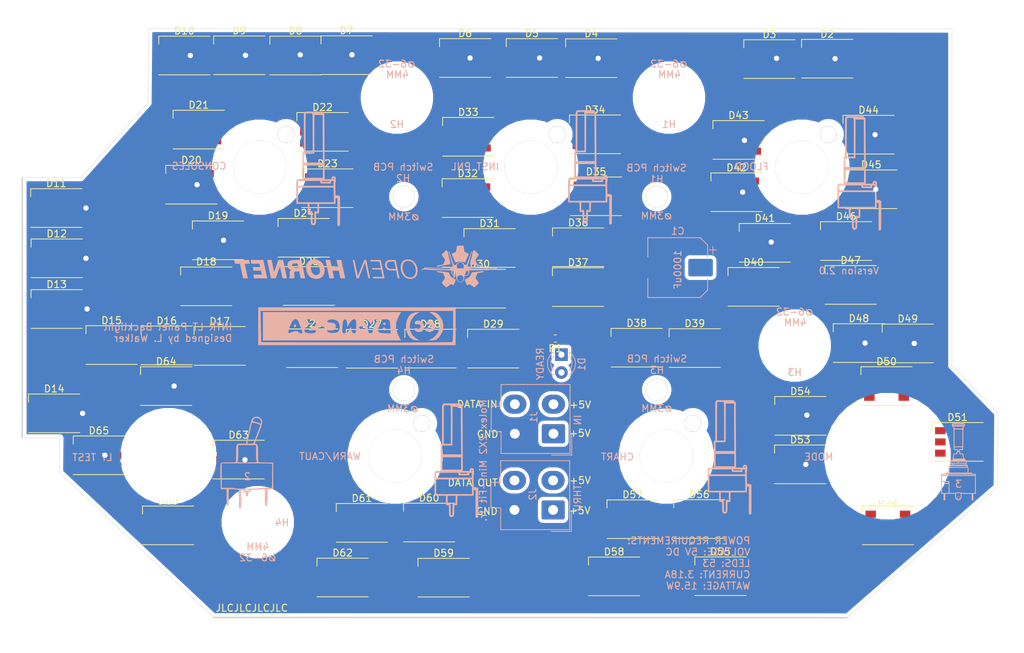
<source format=kicad_pcb>
(kicad_pcb (version 20211014) (generator pcbnew)
  (layers (0 "F.Cu" signal) (31 "B.Cu" signal) (34 "B.Paste" user) (35 "F.Paste" user) (36 "B.SilkS" user "B.Silkscreen") (37 "F.SilkS" user "F.Silkscreen") (38 "B.Mask" user) (39 "F.Mask" user) (44 "Edge.Cuts" user))
  (net 0 "")
  (net 1 "/LEDGND")
  (net 2 "/LED+5V")
  (net 3 "Net-(D1-Pad1)")
  (net 4 "/DATAIN")
  (net 5 "Net-(D10-Pad4)")
  (net 6 "/DATAOUT")
  (net 7 "Net-(D2-Pad3)")
  (net 8 "Net-(D3-Pad3)")
  (net 9 "Net-(D4-Pad3)")
  (net 10 "Net-(D5-Pad3)")
  (net 11 "Net-(D7-Pad3)")
  (net 12 "Net-(D10-Pad6)")
  (net 13 "Net-(D10-Pad3)")
  (net 14 "Net-(D11-Pad3)")
  (net 15 "Net-(D12-Pad3)")
  (net 16 "Net-(D13-Pad3)")
  (net 17 "Net-(D14-Pad3)")
  (net 18 "Net-(D15-Pad3)")
  (net 19 "Net-(D16-Pad3)")
  (net 20 "Net-(D17-Pad3)")
  (net 21 "Net-(D20-Pad3)")
  (net 22 "Net-(D21-Pad3)")
  (net 23 "Net-(D22-Pad3)")
  (net 24 "Net-(D23-Pad3)")
  (net 25 "Net-(D24-Pad3)")
  (net 26 "Net-(D25-Pad3)")
  (net 27 "Net-(D26-Pad3)")
  (net 28 "Net-(D27-Pad3)")
  (net 29 "Net-(D28-Pad3)")
  (net 30 "Net-(D29-Pad3)")
  (net 31 "Net-(D31-Pad3)")
  (net 32 "Net-(D32-Pad3)")
  (net 33 "Net-(D33-Pad3)")
  (net 34 "Net-(D34-Pad3)")
  (net 35 "Net-(D35-Pad3)")
  (net 36 "Net-(D36-Pad3)")
  (net 37 "Net-(D37-Pad3)")
  (net 38 "Net-(D38-Pad3)")
  (net 39 "Net-(D39-Pad3)")
  (net 40 "Net-(D40-Pad3)")
  (net 41 "Net-(D41-Pad3)")
  (net 42 "Net-(D43-Pad3)")
  (net 43 "Net-(D44-Pad3)")
  (net 44 "Net-(D45-Pad3)")
  (net 45 "Net-(D46-Pad3)")
  (net 46 "Net-(D47-Pad3)")
  (net 47 "Net-(D48-Pad3)")
  (net 48 "Net-(D49-Pad3)")
  (net 49 "Net-(D50-Pad3)")
  (net 50 "Net-(D51-Pad3)")
  (net 51 "Net-(D52-Pad3)")
  (net 52 "Net-(D53-Pad3)")
  (net 53 "Net-(D55-Pad3)")
  (net 54 "Net-(D56-Pad3)")
  (net 55 "Net-(D57-Pad3)")
  (net 56 "Net-(D58-Pad3)")
  (net 57 "Net-(D59-Pad3)")
  (net 58 "Net-(D60-Pad3)")
  (net 59 "Net-(D61-Pad3)")
  (net 60 "Net-(D62-Pad3)")
  (net 61 "Net-(D63-Pad3)")
  (net 62 "Net-(D64-Pad3)")
  (net 63 "Net-(D6-Pad3)")
  (net 64 "Net-(D18-Pad3)")
  (net 65 "Net-(D20-Pad6)")
  (net 66 "Net-(D30-Pad3)")
  (net 67 "Net-(D42-Pad3)")
  (net 68 "Net-(D54-Pad3)")
  (net 69 "Net-(D65-Pad3)")
  (footprint "LED_SMD:LED_WS2812_PLCC6_5.0x5.0mm_P1.6mm" (layer "F.Cu") (at 154.28 51.3588)
    (fp_text reference "D2")
    (fp_text value "WS2812B")
  )
  (footprint "LED_SMD:LED_WS2812_PLCC6_5.0x5.0mm_P1.6mm" (layer "F.Cu") (at 146.05 51.4096)
    (fp_text reference "D3")
    (fp_text value "WS2812B")
  )
  (footprint "LED_SMD:LED_WS2812_PLCC6_5.0x5.0mm_P1.6mm" (layer "F.Cu") (at 120.687 51.2828)
    (fp_text reference "D4")
    (fp_text value "WS2812B")
  )
  (footprint "LED_SMD:LED_WS2812_PLCC6_5.0x5.0mm_P1.6mm" (layer "F.Cu") (at 112.231 51.257)
    (fp_text reference "D5")
    (fp_text value "WS2812B")
  )
  (footprint "LED_SMD:LED_WS2812_PLCC6_5.0x5.0mm_P1.6mm" (layer "F.Cu") (at 102.729 51.257)
    (fp_text reference "D6")
    (fp_text value "WS2812B")
  )
  (footprint "LED_SMD:LED_WS2812_PLCC6_5.0x5.0mm_P1.6mm" (layer "F.Cu") (at 85.8404 50.8506)
    (fp_text reference "D7")
    (fp_text value "WS2812B")
  )
  (footprint "LED_SMD:LED_WS2812_PLCC6_5.0x5.0mm_P1.6mm" (layer "F.Cu") (at 78.576 50.9018)
    (fp_text reference "D8")
    (fp_text value "WS2812B")
  )
  (footprint "LED_SMD:LED_WS2812_PLCC6_5.0x5.0mm_P1.6mm" (layer "F.Cu") (at 70.5728 50.876)
    (fp_text reference "D9")
    (fp_text value "WS2812B")
  )
  (footprint "LED_SMD:LED_WS2812_PLCC6_5.0x5.0mm_P1.6mm" (layer "F.Cu") (at 62.7496 50.9014)
    (fp_text reference "D10")
    (fp_text value "WS2812B")
  )
  (footprint "LED_SMD:LED_WS2812_PLCC6_5.0x5.0mm_P1.6mm" (layer "F.Cu") (at 44.5146 72.6184)
    (fp_text reference "D11")
    (fp_text value "WS2812B")
  )
  (footprint "LED_SMD:LED_WS2812_PLCC6_5.0x5.0mm_P1.6mm" (layer "F.Cu") (at 44.577 79.7814)
    (fp_text reference "D12")
    (fp_text value "WS2812B")
  )
  (footprint "LED_SMD:LED_WS2812_PLCC6_5.0x5.0mm_P1.6mm" (layer "F.Cu") (at 44.5654 86.9948)
    (fp_text reference "D13")
    (fp_text value "WS2812B")
  )
  (footprint "LED_SMD:LED_WS2812_PLCC6_5.0x5.0mm_P1.6mm" (layer "F.Cu") (at 44.2098 101.854)
    (fp_text reference "D14")
    (fp_text value "WS2812B")
  )
  (footprint "LED_SMD:LED_WS2812_PLCC6_5.0x5.0mm_P1.6mm" (layer "F.Cu") (at 52.3864 92.1256)
    (fp_text reference "D15")
    (fp_text value "WS2812B")
  )
  (footprint "LED_SMD:LED_WS2812_PLCC6_5.0x5.0mm_P1.6mm" (layer "F.Cu") (at 60.235 92.1764)
    (fp_text reference "D16")
    (fp_text value "WS2812B")
  )
  (footprint "LED_SMD:LED_WS2812_PLCC6_5.0x5.0mm_P1.6mm" (layer "F.Cu") (at 67.781 92.2526)
    (fp_text reference "D17")
    (fp_text value "WS2812B")
  )
  (footprint "LED_SMD:LED_WS2812_PLCC6_5.0x5.0mm_P1.6mm" (layer "F.Cu") (at 65.8738 83.769)
    (fp_text reference "D18")
    (fp_text value "WS2812B")
  )
  (footprint "LED_SMD:LED_WS2812_PLCC6_5.0x5.0mm_P1.6mm" (layer "F.Cu") (at 67.5386 77.216)
    (fp_text reference "D19")
    (fp_text value "WS2812B")
  )
  (footprint "LED_SMD:LED_WS2812_PLCC6_5.0x5.0mm_P1.6mm" (layer "F.Cu") (at 79.7422 76.8602)
    (fp_text reference "D24")
    (fp_text value "WS2812B")
  )
  (footprint "LED_SMD:LED_WS2812_PLCC6_5.0x5.0mm_P1.6mm" (layer "F.Cu") (at 80.4926 83.7184)
    (fp_text reference "D25")
    (fp_text value "WS2812B")
  )
  (footprint "LED_SMD:LED_WS2812_PLCC6_5.0x5.0mm_P1.6mm" (layer "F.Cu") (at 80.9498 92.583)
    (fp_text reference "D26")
    (fp_text value "WS2812B")
  )
  (footprint "LED_SMD:LED_WS2812_PLCC6_5.0x5.0mm_P1.6mm" (layer "F.Cu") (at 89.4472 92.659)
    (fp_text reference "D27")
    (fp_text value "WS2812B")
  )
  (footprint "LED_SMD:LED_WS2812_PLCC6_5.0x5.0mm_P1.6mm" (layer "F.Cu") (at 97.79 92.6338)
    (fp_text reference "D28")
    (fp_text value "WS2812B")
  )
  (footprint "LED_SMD:LED_WS2812_PLCC6_5.0x5.0mm_P1.6mm" (layer "F.Cu") (at 106.731 92.6338)
    (fp_text reference "D29")
    (fp_text value "WS2812B")
  )
  (footprint "LED_SMD:LED_WS2812_PLCC6_5.0x5.0mm_P1.6mm" (layer "F.Cu") (at 104.812 84.0992)
    (fp_text reference "D30")
    (fp_text value "WS2812B")
  )
  (footprint "LED_SMD:LED_WS2812_PLCC6_5.0x5.0mm_P1.6mm" (layer "F.Cu") (at 106.211 78.308)
    (fp_text reference "D31")
    (fp_text value "WS2812B")
  )
  (footprint "LED_SMD:LED_WS2812_PLCC6_5.0x5.0mm_P1.6mm" (layer "F.Cu") (at 118.821 78.2066)
    (fp_text reference "D36")
    (fp_text value "WS2812B")
  )
  (footprint "LED_SMD:LED_WS2812_PLCC6_5.0x5.0mm_P1.6mm" (layer "F.Cu") (at 118.81 83.871)
    (fp_text reference "D37")
    (fp_text value "WS2812B")
  )
  (footprint "LED_SMD:LED_WS2812_PLCC6_5.0x5.0mm_P1.6mm" (layer "F.Cu") (at 127.152 92.5068)
    (fp_text reference "D38")
    (fp_text value "WS2812B")
  )
  (footprint "LED_SMD:LED_WS2812_PLCC6_5.0x5.0mm_P1.6mm" (layer "F.Cu") (at 135.421 92.5574)
    (fp_text reference "D39")
    (fp_text value "WS2812B")
  )
  (footprint "LED_SMD:LED_WS2812_PLCC6_5.0x5.0mm_P1.6mm" (layer "F.Cu") (at 143.801 83.8452)
    (fp_text reference "D40")
    (fp_text value "WS2812B")
  )
  (footprint "LED_SMD:LED_WS2812_PLCC6_5.0x5.0mm_P1.6mm" (layer "F.Cu") (at 145.403 77.5714)
    (fp_text reference "D41")
    (fp_text value "WS2812B")
  )
  (footprint "LED_SMD:LED_WS2812_PLCC6_5.0x5.0mm_P1.6mm" (layer "F.Cu") (at 156.972 77.3176)
    (fp_text reference "D46")
    (fp_text value "WS2812B")
  )
  (footprint "LED_SMD:LED_WS2812_PLCC6_5.0x5.0mm_P1.6mm" (layer "F.Cu") (at 157.621 83.5658)
    (fp_text reference "D47")
    (fp_text value "WS2812B")
  )
  (footprint "LED_SMD:LED_WS2812_PLCC6_5.0x5.0mm_P1.6mm" (layer "F.Cu") (at 158.789 91.8462)
    (fp_text reference "D48")
    (fp_text value "WS2812B")
  )
  (footprint "LED_SMD:LED_WS2812_PLCC6_5.0x5.0mm_P1.6mm" (layer "F.Cu") (at 165.749 91.8974)
    (fp_text reference "D49")
    (fp_text value "WS2812B")
  )
  (footprint "LED_SMD:LED_WS2812_PLCC6_5.0x5.0mm_P1.6mm" (layer "F.Cu") (at 162.726 97.9676)
    (fp_text reference "D50")
    (fp_text value "WS2812B")
  )
  (footprint "LED_SMD:LED_WS2812_PLCC6_5.0x5.0mm_P1.6mm" (layer "F.Cu") (at 172.835 105.918)
    (fp_text reference "D51")
    (fp_text value "WS2812B")
  )
  (footprint "LED_SMD:LED_WS2812_PLCC6_5.0x5.0mm_P1.6mm" (layer "F.Cu") (at 162.916 117.805)
    (fp_text reference "D52")
    (fp_text value "WS2812B")
  )
  (footprint "LED_SMD:LED_WS2812_PLCC6_5.0x5.0mm_P1.6mm" (layer "F.Cu") (at 150.433 109.119)
    (fp_text reference "D53")
    (fp_text value "WS2812B")
  )
  (footprint "LED_SMD:LED_WS2812_PLCC6_5.0x5.0mm_P1.6mm" (layer "F.Cu") (at 150.458 102.21)
    (fp_text reference "D54")
    (fp_text value "WS2812B")
  )
  (footprint "LED_SMD:LED_WS2812_PLCC6_5.0x5.0mm_P1.6mm" (layer "F.Cu") (at 139.079 125.044)
    (fp_text reference "D55")
    (fp_text value "WS2812B")
  )
  (footprint "LED_SMD:LED_WS2812_PLCC6_5.0x5.0mm_P1.6mm" (layer "F.Cu") (at 136.075 116.9)
    (fp_text reference "D56")
    (fp_text value "WS2812B")
  )
  (footprint "LED_SMD:LED_WS2812_PLCC6_5.0x5.0mm_P1.6mm" (layer "F.Cu") (at 126.575 116.925)
    (fp_text reference "D57")
    (fp_text value "WS2812B")
  )
  (footprint "LED_SMD:LED_WS2812_PLCC6_5.0x5.0mm_P1.6mm" (layer "F.Cu") (at 123.94 125.069)
    (fp_text reference "D58")
    (fp_text value "WS2812B")
  )
  (footprint "LED_SMD:LED_WS2812_PLCC6_5.0x5.0mm_P1.6mm" (layer "F.Cu") (at 99.658 125.247)
    (fp_text reference "D59")
    (fp_text value "WS2812B")
  )
  (footprint "LED_SMD:LED_WS2812_PLCC6_5.0x5.0mm_P1.6mm" (layer "F.Cu") (at 97.6006 117.399)
    (fp_text reference "D60")
    (fp_text value "WS2812B")
  )
  (footprint "LED_SMD:LED_WS2812_PLCC6_5.0x5.0mm_P1.6mm" (layer "F.Cu") (at 88.0248 117.449)
    (fp_text reference "D61")
    (fp_text value "WS2812B")
  )
  (footprint "LED_SMD:LED_WS2812_PLCC6_5.0x5.0mm_P1.6mm" (layer "F.Cu") (at 85.2816 125.222)
    (fp_text reference "D62")
    (fp_text value "WS2812B")
  )
  (footprint "LED_SMD:LED_WS2812_PLCC6_5.0x5.0mm_P1.6mm" (layer "F.Cu") (at 70.485 108.433)
    (fp_text reference "D63")
    (fp_text value "WS2812B")
  )
  (footprint "LED_SMD:LED_WS2812_PLCC6_5.0x5.0mm_P1.6mm" (layer "F.Cu") (at 60.161 97.9676)
    (fp_text reference "D64")
    (fp_text value "WS2812B")
  )
  (footprint "LED_SMD:LED_WS2812_PLCC6_5.0x5.0mm_P1.6mm" (layer "F.Cu") (at 50.583 107.823)
    (fp_text reference "D65")
    (fp_text value "WS2812B")
  )
  (footprint "LED_SMD:LED_WS2812_PLCC6_5.0x5.0mm_P1.6mm" (layer "F.Cu") (at 60.4404 117.805)
    (fp_text reference "D66")
    (fp_text value "WS2812B")
  )
  (footprint "OH_Backlighting:631H_Toggle_13mm_x_13mm" (layer "F.Cu") (at 60.5028 107.95)
    (fp_text reference "8" hide)
    (fp_text value "631H_Toggle_13mm_x_13mm" hide)
  )
  (footprint "OH_Backlighting:BR10K_Pot_11mm_x_11mm" (layer "F.Cu") (at 92.7608 107.95 141)
    (fp_text reference "9" hide)
    (fp_text value "BR10K_Pot_11mm_x_11mm" hide)
  )
  (footprint "OH_Backlighting:SxAL_Toggle_13x13mm" (layer "F.Cu") (at 162.8648 107.95)
    (fp_text reference "11" hide)
    (fp_text value "SxAL_Toggle_13x13mm" hide)
  )
  (footprint "OH_Backlighting:OH_Panel_6-32_PHS" (layer "F.Cu") (at 73.2028 117.348)
    (fp_text reference "4" hide)
    (fp_text value "OH_Panel_Fastner_Keepout" hide)
  )
  (footprint "OH_Backlighting:OH_Panel_6-32_PHS" (layer "F.Cu") (at 149.6568 92.202)
    (fp_text reference "3" hide)
    (fp_text value "OH_Panel_Fastner_Keepout" hide)
  )
  (footprint "OH_Backlighting:OH_Panel_6-32_PHS" (layer "F.Cu") (at 93.0148 56.896)
    (fp_text reference "1" hide)
    (fp_text value "OH_Panel_Fastner_Keepout" hide)
  )
  (footprint "OH_Backlighting:OH_Panel_6-32_PHS" (layer "F.Cu") (at 131.7498 56.896)
    (fp_text reference "2" hide)
    (fp_text value "OH_Panel_Fastner_Keepout" hide)
  )
  (footprint "OH_Backlighting:BR10K_Pot_11mm_x_11mm" (layer "F.Cu") (at 73.4568 66.802 141)
    (fp_text reference "5" hide)
    (fp_text value "BR10K_Pot_11mm_x_11mm" hide)
  )
  (footprint "OH_Backlighting:BR10K_Pot_11mm_x_11mm" (layer "F.Cu") (at 112.0648 66.802 141)
    (fp_text reference "6" hide)
    (fp_text value "BR10K_Pot_11mm_x_11mm" hide)
  )
  (footprint "OH_Backlighting:BR10K_Pot_11mm_x_11mm" (layer "F.Cu") (at 150.6728 66.802 141)
    (fp_text reference "7" hide)
    (fp_text value "BR10K_Pot_11mm_x_11mm" hide)
  )
  (footprint "OH_Backlighting:BR10K_Pot_11mm_x_11mm" (layer "F.Cu") (at 131.3688 107.95 141)
    (fp_text reference "10" hide)
    (fp_text value "BR10K_Pot_11mm_x_11mm" hide)
  )
  (footprint "LED_SMD:LED_WS2812_PLCC6_5.0x5.0mm_P1.6mm" (layer "F.Cu") (at 63.75 69.3)
    (fp_text reference "D20")
    (fp_text value "WS2812B")
  )
  (footprint "LED_SMD:LED_WS2812_PLCC6_5.0x5.0mm_P1.6mm" (layer "F.Cu") (at 64.8 61.45)
    (fp_text reference "D21")
    (fp_text value "WS2812B")
  )
  (footprint "LED_SMD:LED_WS2812_PLCC6_5.0x5.0mm_P1.6mm" (layer "F.Cu") (at 82.425 61.775)
    (fp_text reference "D22")
    (fp_text value "WS2812B")
  )
  (footprint "LED_SMD:LED_WS2812_PLCC6_5.0x5.0mm_P1.6mm" (layer "F.Cu") (at 83.125 69.8)
    (fp_text reference "D23")
    (fp_text value "WS2812B")
  )
  (footprint "LED_SMD:LED_WS2812_PLCC6_5.0x5.0mm_P1.6mm" (layer "F.Cu") (at 103.1 71.2)
    (fp_text reference "D32")
    (fp_text value "WS2812B")
  )
  (footprint "LED_SMD:LED_WS2812_PLCC6_5.0x5.0mm_P1.6mm" (layer "F.Cu") (at 103.175 62.475)
    (fp_text reference "D33")
    (fp_text value "WS2812B")
  )
  (footprint "LED_SMD:LED_WS2812_PLCC6_5.0x5.0mm_P1.6mm" (layer "F.Cu") (at 121.225 62.125)
    (fp_text reference "D34")
    (fp_text value "WS2812B")
  )
  (footprint "LED_SMD:LED_WS2812_PLCC6_5.0x5.0mm_P1.6mm" (layer "F.Cu") (at 121.375 70.95)
    (fp_text reference "D35")
    (fp_text value "WS2812B")
  )
  (footprint "LED_SMD:LED_WS2812_PLCC6_5.0x5.0mm_P1.6mm" (layer "F.Cu") (at 141.375 70.375)
    (fp_text reference "D42")
    (fp_text value "WS2812B")
  )
  (footprint "LED_SMD:LED_WS2812_PLCC6_5.0x5.0mm_P1.6mm" (layer "F.Cu") (at 141.65 62.925)
    (fp_text reference "D43")
    (fp_text value "WS2812B")
  )
  (footprint "LED_SMD:LED_WS2812_PLCC6_5.0x5.0mm_P1.6mm" (layer "F.Cu") (at 160.175 62.175)
    (fp_text reference "D44")
    (fp_text value "WS2812B")
  )
  (footprint "LED_SMD:LED_WS2812_PLCC6_5.0x5.0mm_P1.6mm" (layer "F.Cu") (at 160.55 69.95)
    (fp_text reference "D45")
    (fp_text value "WS2812B")
  )
  (footprint "Resistor_SMD:R_0603_1608Metric" (layer "F.Cu") (at 115.57 91.186 180)
    (fp_text reference "R1")
    (fp_text value "R")
  )
  (footprint "Capacitor_SMD:CP_Elec_8x10" (layer "B.Cu") (at 132.996 81.1022 180)
    (fp_text reference "C1")
    (fp_text value "C_Polarized")
  )
  (footprint "LED_THT:LED_D3.0mm" (layer "B.Cu") (at 116.434 93.4974 -90)
    (fp_text reference "D1")
    (fp_text value "LED")
  )
  (footprint "Connector_Molex:Molex_Mini-Fit_Jr_5566-04A_2x02_P4.20mm_Vertical" (layer "B.Cu") (at 115.3 104.75 90)
    (fp_text reference "J1")
    (fp_text value "Conn_01x04_Female")
  )
  (footprint "Connector_Molex:Molex_Mini-Fit_Jr_5566-04A_2x02_P4.20mm_Vertical" (layer "B.Cu") (at 115.25 115.6 90)
    (fp_text reference "J2")
    (fp_text value "Conn_01x04_Female")
  )
  (footprint "Kicad Footprint Files:S3ALToggle" (layer "B.Cu") (at 173.101 108.839 180)
    (fp_text reference "G5" hide)
    (fp_text value "LOGO" hide)
  )
  (footprint "Kicad Footprint Files:631HToggle" (layer "B.Cu") (at 71.6788 108.839 180)
    (fp_text reference "G1" hide)
    (fp_text value "LOGO" hide)
  )
  (footprint "OH_General:OH_LOGO_37.7mm_5.9mm" (layer "B.Cu") (at 88.7 80.95 180)
    (fp_text reference "G8" hide)
    (fp_text value "LOGO" hide)
  )
  (footprint "OH_General:CC-BY-NC-SA-Small" (layer "B.Cu") (at 87.4 89.45 180)
    (fp_text reference "G9" hide)
    (fp_text value "LOGO" hide)
  )
  (footprint "OH_Backlighting:BR10K_Pot_Silkscreen" (layer "B.Cu") (at 140.375 108.1 180)
    (fp_text reference "G6" hide)
    (fp_text value "LOGO" hide)
  )
  (footprint "OH_Backlighting:BR10K_Pot_Silkscreen" (layer "B.Cu") (at 101.475 108.575 180)
    (fp_text reference "G7" hide)
    (fp_text value "LOGO" hide)
  )
  (footprint "OH_Backlighting:BR10K_Pot_Silkscreen" (layer "B.Cu") (at 81.8 67.025 180)
    (fp_text reference "G2" hide)
    (fp_text value "LOGO" hide)
  )
  (footprint "OH_Backlighting:BR10K_Pot_Silkscreen" (layer "B.Cu") (at 120.5 66.825 180)
    (fp_text reference "G3" hide)
    (fp_text value "LOGO" hide)
  )
  (footprint "OH_Backlighting:BR10K_Pot_Silkscreen" (layer "B.Cu") (at 158.85 67.675 180)
    (fp_text reference "G4" hide)
    (fp_text value "LOGO" hide)
  )
  (gr_circle (center 130 71) (end 131.55 71) (layer "Edge.Cuts") (width 0.05) (fill none))
  (gr_line (start 57.5564 57.658) (end 48.006 68.2752) (layer "Edge.Cuts") (width 0.05))
  (gr_line (start 39.6748 105.3592) (end 39.6748 68.2752) (layer "Edge.Cuts") (width 0.2))
  (gr_circle (center 94 71) (end 95.55 71) (layer "Edge.Cuts") (width 0.05) (fill none))
  (gr_circle (center 130 98.5) (end 131.55 98.5) (layer "Edge.Cuts") (width 0.05) (fill none))
  (gr_line (start 45.0088 105.3592) (end 44.958 110.2868) (layer "Edge.Cuts") (width 0.05))
  (gr_line (start 178.5874 101.8032) (end 172.0342 95.0468) (layer "Edge.Cuts") (width 0.05))
  (gr_line (start 44.958 110.2868) (end 66.929 130.9116) (layer "Edge.Cuts") (width 0.05))
  (gr_line (start 178.5112 112.3188) (end 178.5874 101.8032) (layer "Edge.Cuts") (width 0.05))
  (gr_line (start 39.6748 105.3592) (end 45.0088 105.3592) (layer "Edge.Cuts") (width 0.05))
  (gr_circle (center 94 98.5) (end 95.55 98.5) (layer "Edge.Cuts") (width 0.05) (fill none))
  (gr_line (start 57.658 47.0408) (end 57.5564 57.658) (layer "Edge.Cuts") (width 0.05))
  (gr_line (start 48.006 68.2752) (end 39.6748 68.2752) (layer "Edge.Cuts") (width 0.05))
  (gr_line (start 172.0342 47.117) (end 57.658 47.0408) (layer "Edge.Cuts") (width 0.05))
  (gr_line (start 157.099 130.937) (end 178.5112 112.3188) (layer "Edge.Cuts") (width 0.05))
  (gr_line (start 157.099 130.937) (end 66.929 130.9116) (layer "Edge.Cuts") (width 0.2))
  (gr_line (start 172.0342 95.0468) (end 172.0342 47.117) (layer "Edge.Cuts") (width 0.05))
  (gr_text "Switch PCB\nH3" (at 130.048 94.8944) (layer "B.SilkS") (effects (font (size 1 1)) (justify mirror)))
  (gr_text "⌀3MM" (at 94.0054 73.8632) (layer "B.SilkS") (effects (font (size 1 1)) (justify mirror)))
  (gr_text "Switch PCB\nH1" (at 129.9718 67.7164) (layer "B.SilkS") (effects (font (size 1 1)) (justify mirror)))
  (gr_text "⌀3MM" (at 93.853 101.1682) (layer "B.SilkS") (effects (font (size 1 1)) (justify mirror)))
  (gr_text "INST PNL" (at 104.14 66.7258) (layer "B.SilkS") (effects (font (size 1 1)) (justify mirror)))
  (gr_text "MODE" (at 153.0858 108.0516) (layer "B.SilkS") (effects (font (size 1 1)) (justify mirror)))
  (gr_text "IN" (at 118.75 102.8 90) (layer "B.SilkS") (effects (font (size 1 1)) (justify mirror)))
  (gr_text "1000uF" (at 132.9944 81.407 90) (layer "B.SilkS") (effects (font (size 1 1)) (justify mirror)))
  (gr_text "2" (at 71.725 110.85) (layer "B.SilkS") (effects (font (size 1 1)) (justify mirror)))
  (gr_text "⌀3MM" (at 130.048 101.1428) (layer "B.SilkS") (effects (font (size 1 1)) (justify mirror)))
  (gr_text "LT TEST" (at 49.657 108.1278) (layer "B.SilkS") (effects (font (size 1 1)) (justify mirror)))
  (gr_text "READY" (at 113.411 94.7928 90) (layer "B.SilkS") (effects (font (size 1 1)) (justify mirror)))
  (gr_text "Switch PCB\nH2" (at 93.9038 67.5894) (layer "B.SilkS") (effects (font (size 1 1)) (justify mirror)))
  (gr_text "THRU" (at 118.75 113.9 90) (layer "B.SilkS") (effects (font (size 1 1)) (justify mirror)))
  (gr_text "CONSOLES" (at 64.8462 66.6496) (layer "B.SilkS") (effects (font (size 1 1)) (justify mirror)))
  (gr_text "FLOOD" (at 143.5354 66.7258) (layer "B.SilkS") (effects (font (size 1 1)) (justify mirror)))
  (gr_text "Molex 2X2 Mini-Fit Jr." (at 105.3 108.5596 90) (layer "B.SilkS") (effects (font (size 1 1)) (justify mirror)))
  (gr_text "Switch PCB\nH4" (at 94.0054 94.9452) (layer "B.SilkS") (effects (font (size 1 1)) (justify mirror)))
  (gr_text "INTR LT Panel Backlight\nDesigned by L. Walker" (at 69.65 90.35) (layer "B.SilkS") (effects (font (size 1 1)) (justify left mirror)))
  (gr_text "POWER REQUIREMENTS:\nVOLTAGE: 5V DC\nLEDS: 53\nCURRENT: 3.18A\nWATTAGE: 15.9W" (at 143.425 123.2) (layer "B.SilkS") (effects (font (size 1 1)) (justify left mirror)))
  (gr_text "⌀3MM" (at 129.9972 73.7362) (layer "B.SilkS") (effects (font (size 1 1)) (justify mirror)))
  (gr_text "CHART" (at 124.4092 108.0516) (layer "B.SilkS") (effects (font (size 1 1)) (justify mirror)))
  (gr_text "Version 2.0" (at 157.375 81.55) (layer "B.SilkS") (effects (font (size 1 1)) (justify mirror)))
  (gr_text "WARN/CAUT" (at 83.4898 107.9754) (layer "B.SilkS") (effects (font (size 1 1)) (justify mirror)))
  (gr_text "+5V" (at 119.05 115.7) (layer "F.SilkS") (effects (font (size 1 1))))
  (gr_text "GND" (at 105.825 115.8) (layer "F.SilkS") (effects (font (size 1 1))))
  (gr_text "DATA OUT" (at 103.8 111.725) (layer "F.SilkS") (effects (font (size 1 1))))
  (gr_text "+5V" (at 119.125 100.625) (layer "F.SilkS") (effects (font (size 1 1))))
  (gr_text "GND" (at 105.925 104.825) (layer "F.SilkS") (effects (font (size 1 1))))
  (gr_text "+5V" (at 119.1 111.4) (layer "F.SilkS") (effects (font (size 1 1))))
  (gr_text "DATA IN" (at 104.45 100.55) (layer "F.SilkS") (effects (font (size 1 1))))
  (gr_text "+5V" (at 119.075 104.675) (layer "F.SilkS") (effects (font (size 1 1))))
  (gr_text "JLCJLCJLCJLC" (at 72.35 129.575) (layer "F.SilkS") (effects (font (size 1 1))))
  (segment (start 48.7424 72.6184) (end 48.7424 72.6184) (width 1) (layer "F.Cu") (net 1))
  (segment (start 48.7426 79.7814) (end 48.7426 79.7814) (width 1) (layer "F.Cu") (net 1))
  (segment (start 48.8952 86.9948) (end 48.8952 86.9948) (width 1) (layer "F.Cu") (net 1))
  (segment (start 48.26 101.854) (end 48.26 101.854) (width 1) (layer "F.Cu") (net 1))
  (segment (start 51.435 107.823) (end 51.435 107.823) (width 1) (layer "F.Cu") (net 1))
  (segment (start 71.374 108.458) (end 71.399 108.433) (width 1) (layer "F.Cu") (net 1))
  (segment (start 61.2904 97.9676) (end 61.2904 97.9676) (width 1) (layer "F.Cu") (net 1))
  (segment (start 151.231 109.119) (end 151.231 109.119) (width 1) (layer "F.Cu") (net 1))
  (segment (start 151.384 102.108) (end 151.486 102.21) (width 1) (layer "F.Cu") (net 1))
  (segment (start 63.6014 50.9014) (end 63.6014 50.9014) (width 1) (layer "F.Cu") (net 1))
  (segment (start 71.45 50.876) (end 71.45 50.876) (width 1) (layer "F.Cu") (net 1))
  (segment (start 79.248 50.8) (end 79.3498 50.9018) (width 1) (layer "F.Cu") (net 1))
  (segment (start 86.614 50.8) (end 86.6646 50.8506) (width 1) (layer "F.Cu") (net 1))
  (segment (start 103.429 51.257) (end 103.429 51.257) (width 1) (layer "F.Cu") (net 1))
  (segment (start 113.335 51.257) (end 113.335 51.257) (width 1) (layer "F.Cu") (net 1))
  (segment (start 121.666 51.308) (end 121.6912 51.2828) (width 1) (layer "F.Cu") (net 1))
  (segment (start 147.066 51.308) (end 147.1676 51.4096) (width 1) (layer "F.Cu") (net 1))
  (segment (start 155.3972 51.3588) (end 155.2448 51.3588) (width 1) (layer "F.Cu") (net 1))
  (segment (start 142.494 62.992) (end 142.681 62.925) (width 1) (layer "F.Cu") (net 1))
  (segment (start 142.24 70.358) (end 142.257 70.375) (width 1) (layer "F.Cu") (net 1))
  (segment (start 161.19 69.95) (end 161.136 69.95) (width 1) (layer "F.Cu") (net 1))
  (segment (start 161.091 62.175) (end 161.091 62.175) (width 1) (layer "F.Cu") (net 1))
  (segment (start 146.304 77.47) (end 146.4054 77.5714) (width 1) (layer "F.Cu") (net 1))
  (segment (start 159.6642 91.8462) (end 159.6642 91.8462) (width 1) (layer "F.Cu") (net 1))
  (segment (start 166.6746 91.8974) (end 166.6746 91.8974) (width 1) (layer "F.Cu") (net 1))
  (segment (start 68.326 77.216) (end 68.326 77.216) (width 1) (layer "F.Cu") (net 1))
  (segment (start 64.558 69.3) (end 64.558 69.3) (width 1) (layer "F.Cu") (net 1))
  (segment (start 81.026 50.9018) (end 79.248 50.8) (width 1) (layer "F.Cu") (net 1))
  (segment (start 66.2 69.3) (end 64.558 69.3) (width 1) (layer "F.Cu") (net 1))
  (segment (start 161.239 91.8462) (end 159.6642 91.8462) (width 1) (layer "F.Cu") (net 1))
  (segment (start 88.2904 50.8506) (end 86.614 50.8) (width 1) (layer "F.Cu") (net 1))
  (segment (start 65.1996 50.9014) (end 63.6014 50.9014) (width 1) (layer "F.Cu") (net 1))
  (segment (start 148.5 51.4096) (end 147.066 51.308) (width 1) (layer "F.Cu") (net 1))
  (segment (start 69.9886 77.216) (end 68.326 77.216) (width 1) (layer "F.Cu") (net 1))
  (segment (start 147.853 77.5714) (end 146.304 77.47) (width 1) (layer "F.Cu") (net 1))
  (segment (start 114.681 51.257) (end 113.335 51.257) (width 1) (layer "F.Cu") (net 1))
  (segment (start 168.199 91.8974) (end 166.6746 91.8974) (width 1) (layer "F.Cu") (net 1))
  (segment (start 53.033 107.823) (end 51.435 107.823) (width 1) (layer "F.Cu") (net 1))
  (segment (start 143.825 70.375) (end 142.24 70.358) (width 1) (layer "F.Cu") (net 1))
  (segment (start 105.179 51.257) (end 103.429 51.257) (width 1) (layer "F.Cu") (net 1))
  (segment (start 152.908 102.21) (end 151.384 102.108) (width 1) (layer "F.Cu") (net 1))
  (segment (start 123.137 51.2828) (end 121.666 51.308) (width 1) (layer "F.Cu") (net 1))
  (segment (start 73.0228 50.876) (end 71.45 50.876) (width 1) (layer "F.Cu") (net 1))
  (segment (start 62.611 97.9676) (end 61.2904 97.9676) (width 1) (layer "F.Cu") (net 1))
  (segment (start 46.6598 101.854) (end 48.26 101.854) (width 1) (layer "F.Cu") (net 1))
  (segment (start 163 69.95) (end 161.19 69.95) (width 1) (layer "F.Cu") (net 1))
  (segment (start 144.1 62.925) (end 142.494 62.992) (width 1) (layer "F.Cu") (net 1))
  (segment (start 47.027 79.7814) (end 48.7426 79.7814) (width 1) (layer "F.Cu") (net 1))
  (segment (start 47.0154 86.9948) (end 48.8952 86.9948) (width 1) (layer "F.Cu") (net 1))
  (segment (start 156.73 51.3588) (end 155.3972 51.3588) (width 1) (layer "F.Cu") (net 1))
  (segment (start 162.625 62.175) (end 161.091 62.175) (width 1) (layer "F.Cu") (net 1))
  (segment (start 72.935 108.433) (end 71.374 108.458) (width 1) (layer "F.Cu") (net 1))
  (segment (start 152.883 109.119) (end 151.231 109.119) (width 1) (layer "F.Cu") (net 1))
  (segment (start 46.9646 72.6184) (end 48.7424 72.6184) (width 1) (layer "F.Cu") (net 1))
  (via (at 121.666 51.308) (size 1.5) (drill 0.75) (layers "F.Cu" "B.Cu") (net 1))
  (via (at 86.614 50.8) (size 1.5) (drill 0.75) (layers "F.Cu" "B.Cu") (net 1))
  (via (at 48.8952 86.9948) (size 1.5) (drill 0.75) (layers "F.Cu" "B.Cu") (net 1))
  (via (at 147.066 51.308) (size 1.5) (drill 0.75) (layers "F.Cu" "B.Cu") (net 1))
  (via (at 71.374 108.458) (size 1.5) (drill 0.75) (layers "F.Cu" "B.Cu") (net 1))
  (via (at 61.2904 97.9676) (size 1.5) (drill 0.75) (layers "F.Cu" "B.Cu") (net 1))
  (via (at 48.7426 79.7814) (size 1.5) (drill 0.75) (layers "F.Cu" "B.Cu") (net 1))
  (via (at 113.335 51.257) (size 1.5) (drill 0.75) (layers "F.Cu" "B.Cu") (net 1))
  (via (at 103.429 51.257) (size 1.5) (drill 0.75) (layers "F.Cu" "B.Cu") (net 1))
  (via (at 48.26 101.854) (size 1.5) (drill 0.75) (layers "F.Cu" "B.Cu") (net 1))
  (via (at 142.494 62.992) (size 1.5) (drill 0.75) (layers "F.Cu" "B.Cu") (net 1))
  (via (at 159.6642 91.8462) (size 1.5) (drill 0.75) (layers "F.Cu" "B.Cu") (net 1))
  (via (at 155.3972 51.3588) (size 1.5) (drill 0.75) (layers "F.Cu" "B.Cu") (net 1))
  (via (at 79.248 50.8) (size 1.5) (drill 0.75) (layers "F.Cu" "B.Cu") (net 1))
  (via (at 63.6014 50.9014) (size 1.5) (drill 0.75) (layers "F.Cu" "B.Cu") (net 1))
  (via (at 146.304 77.47) (size 1.5) (drill 0.75) (layers "F.Cu" "B.Cu") (net 1))
  (via (at 68.326 77.216) (size 1.5) (drill 0.75) (layers "F.Cu" "B.Cu") (net 1))
  (via (at 151.384 102.108) (size 1.5) (drill 0.75) (layers "F.Cu" "B.Cu") (net 1))
  (via (at 151.231 109.119) (size 1.5) (drill 0.75) (layers "F.Cu" "B.Cu") (net 1))
  (via (at 51.435 107.823) (size 1.5) (drill 0.75) (layers "F.Cu" "B.Cu") (net 1))
  (via (at 48.7424 72.6184) (size 1.5) (drill 0.75) (layers "F.Cu" "B.Cu") (net 1))
  (via (at 166.6746 91.8974) (size 1.5) (drill 0.75) (layers "F.Cu" "B.Cu") (net 1))
  (via (at 71.45 50.876) (size 1.5) (drill 0.75) (layers "F.Cu" "B.Cu") (net 1))
  (via (at 161.091 62.175) (size 1.5) (drill 0.75) (layers "F.Cu" "B.Cu") (net 1))
  (via (at 161.19 69.95) (size 1.5) (drill 0.75) (layers "F.Cu" "B.Cu") (net 1))
  (via (at 64.558 69.3) (size 1.5) (drill 0.75) (layers "F.Cu" "B.Cu") (net 1))
  (via (at 142.24 70.358) (size 1.5) (drill 0.75) (layers "F.Cu" "B.Cu") (net 1))
  (zone (net 1) (net_name "/LEDGND") (layer "B.Cu") (connect_pads yes (clearance 0.508)) (min_thickness 0.254) (fill yes (thermal_gap 0.508) (thermal_bridge_width 0.508))
    (polygon (pts (xy 181.7 44.8) (xy 182.3 136) (xy 36.5 133.3) (xy 37.3 45.7) (xy 165.7 43)))
  )
)
</source>
